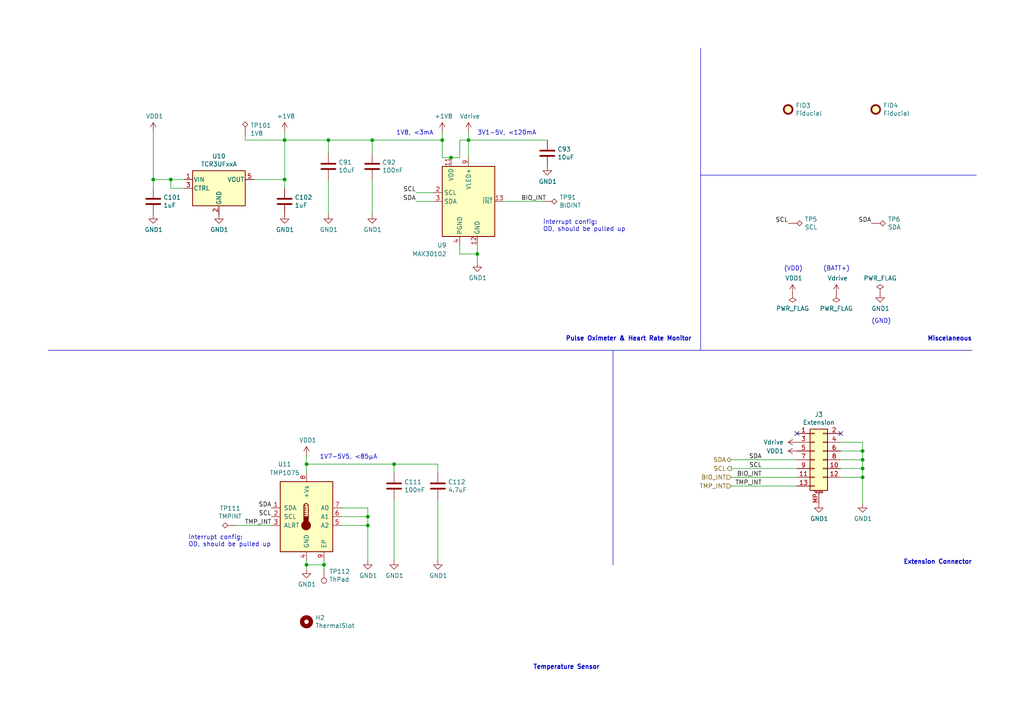
<source format=kicad_sch>
(kicad_sch (version 20230121) (generator eeschema)
  (paper "A4")
  (title_block (title "Herald Wearable Bio-Monitor Daughter Board") (rev "0.1") (company "Herald Project") (comment 1 "© 2021-2023 Herald Project Contributors") (comment 2 "Licensed under CERN-OHL-P version 2"))
  (lib_symbols
    (symbol "Connector:TestPoint" (pin_numbers hide) (pin_names (offset 0.762) hide)
      (property "Reference" "TP" (at 0 6.858 0))
      (property "Value" "TestPoint" (at 0 5.08 0))
      (symbol "TestPoint_0_1"
        (circle (center 0 3.302) (radius 0.762))
      )
      (symbol "TestPoint_1_1"
        (pin passive line (at 0 0 90) (length 2.54) (name "1") (number "1"))
      )
    )
    (symbol "Connector:TestPoint_Alt" (pin_numbers hide) (pin_names (offset 0.762) hide)
      (property "Reference" "TP" (at 0 6.858 0))
      (property "Value" "TestPoint_Alt" (at 0 5.08 0))
      (symbol "TestPoint_Alt_0_1"
        (polyline (pts (xy 0 2.54) (xy -0.762 3.302) (xy 0 4.064) (xy 0.762 3.302) (xy 0 2.54)))
      )
      (symbol "TestPoint_Alt_1_1"
        (pin passive line (at 0 0 90) (length 2.54) (name "1") (number "1"))
      )
    )
    (symbol "Connector_Generic_MountingPin:Conn_2Rows-13Pins_MountingPin" (pin_names (offset 1.016) hide)
      (property "Reference" "J" (at 1.27 10.16 0))
      (property "Value" "Conn_2Rows-13Pins_MountingPin" (at 2.54 -10.16 0))
      (symbol "Conn_2Rows-13Pins_MountingPin_1_1"
        (rectangle (start -1.27 -7.493) (end 0 -7.747) (stroke (width 0.1524)))
        (rectangle (start -1.27 -4.953) (end 0 -5.207) (stroke (width 0.1524)))
        (rectangle (start -1.27 -2.413) (end 0 -2.667) (stroke (width 0.1524)))
        (rectangle (start -1.27 0.127) (end 0 -0.127) (stroke (width 0.1524)))
        (rectangle (start -1.27 2.667) (end 0 2.413) (stroke (width 0.1524)))
        (rectangle (start -1.27 5.207) (end 0 4.953) (stroke (width 0.1524)))
        (rectangle (start -1.27 7.747) (end 0 7.493) (stroke (width 0.1524)))
        (rectangle (start -1.27 8.89) (end 3.81 -8.89) (stroke (width 0.254)) (fill (type background)))
        (polyline (pts (xy 0.254 -9.652) (xy 2.286 -9.652)) (stroke (width 0.1524)))
        (rectangle (start 3.81 -4.953) (end 2.54 -5.207) (stroke (width 0.1524)))
        (rectangle (start 3.81 -2.413) (end 2.54 -2.667) (stroke (width 0.1524)))
        (rectangle (start 3.81 0.127) (end 2.54 -0.127) (stroke (width 0.1524)))
        (rectangle (start 3.81 2.667) (end 2.54 2.413) (stroke (width 0.1524)))
        (rectangle (start 3.81 5.207) (end 2.54 4.953) (stroke (width 0.1524)))
        (rectangle (start 3.81 7.747) (end 2.54 7.493) (stroke (width 0.1524)))
        (text "Mounting" (at 1.27 -9.271 0) (effects (font (size 0.381 0.381))))
        (pin passive line (at -5.08 7.62 0) (length 3.81) (name "Pin_1") (number "1"))
        (pin passive line (at 7.62 -2.54 180) (length 3.81) (name "Pin_10") (number "10"))
        (pin passive line (at -5.08 -5.08 0) (length 3.81) (name "Pin_11") (number "11"))
        (pin passive line (at 7.62 -5.08 180) (length 3.81) (name "Pin_12") (number "12"))
        (pin passive line (at -5.08 -7.62 0) (length 3.81) (name "Pin_13") (number "13"))
        (pin passive line (at 7.62 7.62 180) (length 3.81) (name "Pin_2") (number "2"))
        (pin passive line (at -5.08 5.08 0) (length 3.81) (name "Pin_3") (number "3"))
        (pin passive line (at 7.62 5.08 180) (length 3.81) (name "Pin_4") (number "4"))
        (pin passive line (at -5.08 2.54 0) (length 3.81) (name "Pin_5") (number "5"))
        (pin passive line (at 7.62 2.54 180) (length 3.81) (name "Pin_6") (number "6"))
        (pin passive line (at -5.08 0 0) (length 3.81) (name "Pin_7") (number "7"))
        (pin passive line (at 7.62 0 180) (length 3.81) (name "Pin_8") (number "8"))
        (pin passive line (at -5.08 -2.54 0) (length 3.81) (name "Pin_9") (number "9"))
        (pin passive line (at 1.27 -12.7 90) (length 3.048) (name "MountPin") (number "MP"))
      )
    )
    (symbol "Device:C" (pin_numbers hide) (pin_names (offset 0.254))
      (property "Reference" "C" (at 0.635 2.54 0))
      (property "Value" "C" (at 0.635 -2.54 0))
      (symbol "C_0_1"
        (polyline (pts (xy -2.032 -0.762) (xy 2.032 -0.762)) (stroke (width 0.508)))
        (polyline (pts (xy -2.032 0.762) (xy 2.032 0.762)) (stroke (width 0.508)))
      )
      (symbol "C_1_1"
        (pin passive line (at 0 3.81 270) (length 2.794) (name "~") (number "1"))
        (pin passive line (at 0 -3.81 90) (length 2.794) (name "~") (number "2"))
      )
    )
    (symbol "Herald_Extras:TCR3UFxxA" (pin_names (offset 0.254))
      (property "Reference" "U" (at 0 8.89 0))
      (property "Value" "TCR3UFxxA" (at 0 6.35 0))
      (symbol "TCR3UFxxA_0_1"
        (rectangle (start -7.62 -5.08) (end 7.62 5.08) (stroke (width 0.254)) (fill (type background)))
      )
      (symbol "TCR3UFxxA_1_1"
        (pin power_in line (at -10.16 2.54 0) (length 2.54) (name "VIN") (number "1"))
        (pin power_in line (at 0 -7.62 90) (length 2.54) (name "GND") (number "2"))
        (pin input line (at -10.16 0 0) (length 2.54) (name "CTRL") (number "3"))
        (pin no_connect line (at 10.16 0 180) (length 2.54) hide (name "NC") (number "4"))
        (pin power_out line (at 10.16 2.54 180) (length 2.54) (name "VOUT") (number "5"))
      )
    )
    (symbol "Herald_Extras:TMP1075" (pin_names (offset 1.016))
      (property "Reference" "U" (at -6.35 11.43 0))
      (property "Value" "TMP1075" (at 0 11.43 0))
      (symbol "TMP1075_0_1"
        (rectangle (start -7.62 10.16) (end 7.62 -10.16) (stroke (width 0.254)) (fill (type background)))
        (circle (center -0.127 -2.54) (radius 1.27) (stroke (width 0.254)) (fill (type outline)))
        (polyline (pts (xy -0.762 0.635) (xy -0.127 0.635)) (stroke (width 0.254)))
        (polyline (pts (xy -0.762 1.27) (xy -0.127 1.27)) (stroke (width 0.254)))
        (polyline (pts (xy -0.762 1.905) (xy -0.127 1.905)) (stroke (width 0.254)))
        (polyline (pts (xy -0.762 2.54) (xy -0.127 2.54)) (stroke (width 0.254)))
        (polyline (pts (xy -0.762 3.175) (xy -0.762 0)) (stroke (width 0.254)))
        (polyline (pts (xy -0.762 3.175) (xy -0.127 3.175)) (stroke (width 0.254)))
        (polyline (pts (xy 0.508 3.175) (xy 0.508 0)) (stroke (width 0.254)))
        (rectangle (start 0.508 -1.905) (end -0.762 0) (stroke (width 0.254)) (fill (type outline)))
        (arc (start 0.508 3.175) (mid -0.127 3.8073) (end -0.762 3.175) (stroke (width 0.254)))
      )
      (symbol "TMP1075_1_1"
        (pin bidirectional line (at -10.16 2.54 0) (length 2.54) (name "SDA") (number "1"))
        (pin input line (at -10.16 0 0) (length 2.54) (name "SCL") (number "2"))
        (pin output line (at -10.16 -2.54 0) (length 2.54) (name "ALRT") (number "3"))
        (pin power_in line (at 0 -12.7 90) (length 2.54) (name "GND") (number "4"))
        (pin input line (at 10.16 -2.54 180) (length 2.54) (name "A2") (number "5"))
        (pin input line (at 10.16 0 180) (length 2.54) (name "A1") (number "6"))
        (pin input line (at 10.16 2.54 180) (length 2.54) (name "A0") (number "7"))
        (pin power_in line (at 0 12.7 270) (length 2.54) (name "+Vs") (number "8"))
        (pin passive line (at 5.08 -12.7 90) (length 2.54) (name "EP") (number "9"))
      )
    )
    (symbol "Herald_Extras:VDD1" (power) (pin_names (offset 0))
      (property "Value" "VDD1" (at 0 3.81 0))
      (symbol "VDD1_0_1"
        (polyline (pts (xy -0.762 1.27) (xy 0 2.54)))
        (polyline (pts (xy 0 0) (xy 0 2.54)))
        (polyline (pts (xy 0 2.54) (xy 0.762 1.27)))
      )
      (symbol "VDD1_1_1"
        (pin power_in line (at 0 0 90) (length 0) hide (name "VDD1") (number "1"))
      )
    )
    (symbol "Mechanical:Fiducial"
      (property "Reference" "FID" (at 0 5.08 0))
      (property "Value" "Fiducial" (at 0 3.175 0))
      (symbol "Fiducial_0_1"
        (circle (center 0 0) (radius 1.27) (stroke (width 0.508)) (fill (type background)))
      )
    )
    (symbol "Mechanical:MountingHole" (pin_names (offset 1.016))
      (property "Reference" "H" (at 0 5.08 0))
      (property "Value" "MountingHole" (at 0 3.175 0))
      (symbol "MountingHole_0_1"
        (circle (center 0 0) (radius 1.27) (stroke (width 1.27)))
      )
    )
    (symbol "Sensor:MAX30102"
      (property "Reference" "U" (at 7.62 15.24 0))
      (property "Value" "MAX30102" (at 7.62 12.7 0))
      (symbol "MAX30102_0_1"
        (rectangle (start -7.62 10.16) (end 7.62 -10.16) (stroke (width 0.254)) (fill (type background)))
      )
      (symbol "MAX30102_1_1"
        (pin no_connect line (at -7.62 5.08 0) (length 2.54) hide (name "NC") (number "1"))
        (pin passive line (at 0 12.7 270) (length 2.54) hide (name "VLED+") (number "10"))
        (pin power_in line (at -5.08 12.7 270) (length 2.54) (name "VDD") (number "11"))
        (pin power_in line (at 2.54 -12.7 90) (length 2.54) (name "GND") (number "12"))
        (pin output line (at 10.16 0 180) (length 2.54) (name "~{INT}") (number "13"))
        (pin no_connect line (at 7.62 2.54 180) (length 2.54) hide (name "NC") (number "14"))
        (pin input line (at -10.16 2.54 0) (length 2.54) (name "SCL") (number "2"))
        (pin bidirectional line (at -10.16 0 0) (length 2.54) (name "SDA") (number "3"))
        (pin power_in line (at -2.54 -12.7 90) (length 2.54) (name "PGND") (number "4"))
        (pin no_connect line (at 7.62 -7.62 180) (length 2.54) hide (name "NC") (number "5"))
        (pin no_connect line (at 7.62 -5.08 180) (length 2.54) hide (name "NC") (number "6"))
        (pin no_connect line (at -7.62 -2.54 0) (length 2.54) hide (name "NC") (number "7"))
        (pin no_connect line (at 7.62 5.08 180) (length 2.54) hide (name "NC") (number "8"))
        (pin power_in line (at 0 12.7 270) (length 2.54) (name "VLED+") (number "9"))
      )
    )
    (symbol "power:+1V8" (power) (pin_names (offset 0))
      (property "Value" "+1V8" (at 0 3.556 0))
      (symbol "+1V8_0_1"
        (polyline (pts (xy -0.762 1.27) (xy 0 2.54)))
        (polyline (pts (xy 0 0) (xy 0 2.54)))
        (polyline (pts (xy 0 2.54) (xy 0.762 1.27)))
      )
      (symbol "+1V8_1_1"
        (pin power_in line (at 0 0 90) (length 0) hide (name "+1V8") (number "1"))
      )
    )
    (symbol "power:GND1" (power) (pin_names (offset 0))
      (property "Value" "GND1" (at 0 -3.81 0))
      (symbol "GND1_0_1"
        (polyline (pts (xy 0 0) (xy 0 -1.27) (xy 1.27 -1.27) (xy 0 -2.54) (xy -1.27 -1.27) (xy 0 -1.27)))
      )
      (symbol "GND1_1_1"
        (pin power_in line (at 0 0 270) (length 0) hide (name "GND1") (number "1"))
      )
    )
    (symbol "power:PWR_FLAG" (power) (pin_numbers hide) (pin_names (offset 0) hide)
      (property "Value" "PWR_FLAG" (at 0 3.81 0))
      (symbol "PWR_FLAG_0_0"
        (pin power_out line (at 0 0 90) (length 0) (name "pwr") (number "1"))
      )
      (symbol "PWR_FLAG_0_1"
        (polyline (pts (xy 0 0) (xy 0 1.27) (xy -1.016 1.905) (xy 0 2.54) (xy 1.016 1.905) (xy 0 1.27)))
      )
    )
    (symbol "power:Vdrive" (power) (pin_names (offset 0))
      (property "Value" "Vdrive" (at 0 3.81 0))
      (symbol "Vdrive_0_1"
        (polyline (pts (xy -0.762 1.27) (xy 0 2.54)))
        (polyline (pts (xy 0 0) (xy 0 2.54)))
        (polyline (pts (xy 0 2.54) (xy 0.762 1.27)))
      )
      (symbol "Vdrive_1_1"
        (pin power_in line (at 0 0 90) (length 0) hide (name "Vdrive") (number "1"))
      )
    )
  )
  (junction (at 250.19 130.81))
  (junction (at 250.19 138.43))
  (junction (at 106.68 152.4))
  (junction (at 128.27 40.64))
  (junction (at 44.45 52.07))
  (junction (at 95.25 40.64))
  (junction (at 88.9 163.83))
  (junction (at 138.43 73.66))
  (junction (at 135.89 40.64))
  (junction (at 106.68 149.86))
  (junction (at 88.9 134.62))
  (junction (at 114.3 134.62))
  (junction (at 130.81 45.72))
  (junction (at 82.55 52.07))
  (junction (at 49.53 52.07))
  (junction (at 93.98 163.83))
  (junction (at 250.19 135.89))
  (junction (at 82.55 40.64))
  (junction (at 250.19 133.35))
  (junction (at 107.95 40.64))
  (no_connect (at 243.84 125.73))
  (no_connect (at 231.14 125.73))
  (wire (pts (xy 133.35 71.12) (xy 133.35 73.66)))
  (polyline (pts (xy 203.2 50.8) (xy 283.21 50.8)))
  (wire (pts (xy 49.53 52.07) (xy 44.45 52.07)))
  (wire (pts (xy 135.89 45.72) (xy 135.89 40.64)))
  (wire (pts (xy 128.27 38.1) (xy 128.27 40.64)))
  (wire (pts (xy 106.68 162.56) (xy 106.68 152.4)))
  (wire (pts (xy 88.9 162.56) (xy 88.9 163.83)))
  (wire (pts (xy 88.9 163.83) (xy 93.98 163.83)))
  (wire (pts (xy 133.35 40.64) (xy 133.35 45.72)))
  (wire (pts (xy 107.95 52.07) (xy 107.95 62.23)))
  (wire (pts (xy 250.19 133.35) (xy 250.19 135.89)))
  (wire (pts (xy 212.09 133.35) (xy 231.14 133.35)))
  (wire (pts (xy 88.9 163.83) (xy 88.9 165.1)))
  (wire (pts (xy 53.34 52.07) (xy 49.53 52.07)))
  (wire (pts (xy 250.19 130.81) (xy 250.19 133.35)))
  (polyline (pts (xy 177.8 101.6) (xy 177.8 163.83)))
  (wire (pts (xy 212.09 138.43) (xy 231.14 138.43)))
  (wire (pts (xy 88.9 134.62) (xy 88.9 137.16)))
  (wire (pts (xy 120.65 55.88) (xy 125.73 55.88)))
  (wire (pts (xy 250.19 135.89) (xy 243.84 135.89)))
  (wire (pts (xy 212.09 135.89) (xy 231.14 135.89)))
  (wire (pts (xy 127 144.78) (xy 127 162.56)))
  (wire (pts (xy 107.95 44.45) (xy 107.95 40.64)))
  (wire (pts (xy 250.19 128.27) (xy 250.19 130.81)))
  (wire (pts (xy 82.55 38.1) (xy 82.55 40.64)))
  (wire (pts (xy 99.06 149.86) (xy 106.68 149.86)))
  (wire (pts (xy 130.81 45.72) (xy 133.35 45.72)))
  (wire (pts (xy 212.09 140.97) (xy 231.14 140.97)))
  (wire (pts (xy 133.35 73.66) (xy 138.43 73.66)))
  (wire (pts (xy 146.05 58.42) (xy 157.48 58.42)))
  (wire (pts (xy 114.3 134.62) (xy 127 134.62)))
  (wire (pts (xy 128.27 45.72) (xy 130.81 45.72)))
  (wire (pts (xy 88.9 134.62) (xy 114.3 134.62)))
  (wire (pts (xy 95.25 52.07) (xy 95.25 62.23)))
  (wire (pts (xy 114.3 137.16) (xy 114.3 134.62)))
  (wire (pts (xy 158.75 40.64) (xy 135.89 40.64)))
  (wire (pts (xy 106.68 152.4) (xy 106.68 149.86)))
  (wire (pts (xy 128.27 40.64) (xy 128.27 45.72)))
  (wire (pts (xy 135.89 40.64) (xy 133.35 40.64)))
  (wire (pts (xy 44.45 52.07) (xy 44.45 38.1)))
  (wire (pts (xy 127 137.16) (xy 127 134.62)))
  (wire (pts (xy 250.19 138.43) (xy 250.19 146.05)))
  (wire (pts (xy 138.43 71.12) (xy 138.43 73.66)))
  (wire (pts (xy 107.95 40.64) (xy 128.27 40.64)))
  (wire (pts (xy 53.34 54.61) (xy 49.53 54.61)))
  (wire (pts (xy 73.66 52.07) (xy 82.55 52.07)))
  (wire (pts (xy 106.68 147.32) (xy 99.06 147.32)))
  (polyline (pts (xy 203.2 101.6) (xy 203.2 13.97)))
  (wire (pts (xy 71.12 40.64) (xy 82.55 40.64)))
  (polyline (pts (xy 281.94 101.6) (xy 13.97 101.6)))
  (wire (pts (xy 88.9 132.08) (xy 88.9 134.62)))
  (wire (pts (xy 243.84 138.43) (xy 250.19 138.43)))
  (wire (pts (xy 95.25 44.45) (xy 95.25 40.64)))
  (wire (pts (xy 114.3 144.78) (xy 114.3 162.56)))
  (wire (pts (xy 44.45 54.61) (xy 44.45 52.07)))
  (wire (pts (xy 250.19 130.81) (xy 243.84 130.81)))
  (wire (pts (xy 82.55 40.64) (xy 95.25 40.64)))
  (wire (pts (xy 93.98 162.56) (xy 93.98 163.83)))
  (wire (pts (xy 120.65 58.42) (xy 125.73 58.42)))
  (wire (pts (xy 99.06 152.4) (xy 106.68 152.4)))
  (wire (pts (xy 93.98 163.83) (xy 93.98 165.1)))
  (wire (pts (xy 71.12 39.37) (xy 71.12 40.64)))
  (wire (pts (xy 135.89 38.1) (xy 135.89 40.64)))
  (wire (pts (xy 243.84 133.35) (xy 250.19 133.35)))
  (wire (pts (xy 250.19 135.89) (xy 250.19 138.43)))
  (wire (pts (xy 106.68 149.86) (xy 106.68 147.32)))
  (wire (pts (xy 243.84 128.27) (xy 250.19 128.27)))
  (wire (pts (xy 82.55 40.64) (xy 82.55 52.07)))
  (wire (pts (xy 49.53 54.61) (xy 49.53 52.07)))
  (wire (pts (xy 138.43 73.66) (xy 138.43 76.2)))
  (wire (pts (xy 95.25 40.64) (xy 107.95 40.64)))
  (wire (pts (xy 68.58 152.4) (xy 78.74 152.4)))
  (wire (pts (xy 82.55 52.07) (xy 82.55 54.61)))
  (text "Miscelaneous" (at 281.94 99.06 0) (effects (font (size 1.27 1.27) (thickness 0.254) bold) (justify right bottom)))
  (text "interrupt config:\nOD, should be pulled up" (at 157.48 67.31 0) (effects (font (size 1.27 1.27)) (justify left bottom)))
  (text "1V8, <3mA" (at 125.73 39.37 0) (effects (font (size 1.27 1.27)) (justify right bottom)))
  (text "3V1-5V, <120mA" (at 138.43 39.37 0) (effects (font (size 1.27 1.27)) (justify left bottom)))
  (text "Pulse Oximeter & Heart Rate Monitor" (at 200.66 99.06 0) (effects (font (size 1.27 1.27) (thickness 0.254) bold) (justify right bottom)))
  (text "Temperature Sensor" (at 173.99 194.31 0) (effects (font (size 1.27 1.27) (thickness 0.254) bold) (justify right bottom)))
  (text "1V7-5V5, <85µA" (at 92.71 133.35 0) (effects (font (size 1.27 1.27)) (justify left bottom)))
  (text "interrupt config:\nOD, should be pulled up" (at 54.61 158.75 0) (effects (font (size 1.27 1.27)) (justify left bottom)))
  (text "(GND)" (at 252.73 93.98 0) (effects (font (size 1.27 1.27)) (justify left bottom)))
  (text "(BATT+)" (at 238.76 78.74 0) (effects (font (size 1.27 1.27)) (justify left bottom)))
  (text "Extension Connector" (at 281.94 163.83 0) (effects (font (size 1.27 1.27) (thickness 0.254) bold) (justify right bottom)))
  (text "(VDD)" (at 227.33 78.74 0) (effects (font (size 1.27 1.27)) (justify left bottom)))
  (label "SCL" (at 228.6 64.77 180))
  (label "SDA" (at 78.74 147.32 180))
  (label "SDA" (at 252.73 64.77 180))
  (label "SDA" (at 120.65 58.42 180))
  (label "BIO_INT" (at 220.98 138.43 180))
  (label "SCL" (at 120.65 55.88 180))
  (label "SDA" (at 220.98 133.35 180))
  (label "BIO_INT" (at 151.13 58.42 0))
  (label "TMP_INT" (at 78.74 152.4 180))
  (label "SCL" (at 220.98 135.89 180))
  (label "SCL" (at 78.74 149.86 180))
  (label "TMP_INT" (at 220.98 140.97 180))
  (hierarchical_label "SDA" (shape bidirectional) (at 212.09 133.35 180))
  (hierarchical_label "SCL" (shape output) (at 212.09 135.89 180))
  (hierarchical_label "TMP_INT" (shape input) (at 212.09 140.97 180))
  (hierarchical_label "BIO_INT" (shape input) (at 212.09 138.43 180))
  (symbol (lib_id "power:GND1") (at 158.75 48.26 0) (unit 1)
    (property "Reference" "#PWR0120" (effects hide))
    (property "Value" "GND1" (at 158.877 52.6542 0))
  )
  (symbol (lib_id "Connector:TestPoint") (at 93.98 165.1 180) (unit 1)
    (property "Reference" "TP112" (at 95.4532 165.7604 0) (effects (justify right)))
    (property "Value" "ThPad" (at 95.4532 168.0718 0) (effects (justify right)))
    (property "Footprint" "TestPoint:TestPoint_Pad_D4.0mm" (effects hide))
    (property "Description" "Thermal Pad" (effects hide))
  )
  (symbol (lib_id "Mechanical:MountingHole") (at 88.9 180.34 0) (unit 1)
    (property "Reference" "H2" (at 91.44 179.1716 0) (effects (justify left)))
    (property "Value" "ThermalSlot" (at 91.44 181.483 0) (effects (justify left)))
    (property "Footprint" "Herald_Extras:MillSlot_8.0x1.0mm" (effects hide))
    (property "Description" "Thermal Slot" (effects hide))
  )
  (symbol (lib_id "Herald_Extras:TMP1075") (at 88.9 149.86 0) (unit 1)
    (property "Reference" "U11" (at 82.55 134.62 0))
    (property "Value" "TMP1075" (at 82.55 137.16 0))
    (property "Footprint" "Package_SON:WSON-8-1EP_2x2mm_P0.5mm_EP0.9x1.6mm" (effects hide))
    (property "Datasheet" "https://www.ti.com/lit/ds/symlink/tmp1075.pdf" (effects hide))
    (property "Description" "Temperature sensor" (effects hide))
    (property "MPN" "TMP1075DSGT" (effects hide))
    (instances (project "wearable" (path "" (reference "U11") (unit 1)) (path "" (reference "U?") (unit 1))))
  )
  (symbol (lib_id "Device:C") (at 114.3 140.97 180) (unit 1)
    (property "Reference" "C111" (at 117.221 139.8016 0) (effects (justify right)))
    (property "Value" "100nF" (at 117.221 142.113 0) (effects (justify right)))
    (property "Footprint" "Capacitor_SMD:C_0402_1005Metric" (effects hide))
    (property "Description" "Capacitor, X7R 10%" (effects hide))
    (property "MPN" "GRM155R71E104KE14D" (effects hide))
    (instances (project "wearable" (path "" (reference "C111") (unit 1)) (path "" (reference "C?") (unit 1))))
  )
  (symbol (lib_id "Sensor:MAX30102") (at 135.89 58.42 0) (unit 1)
    (property "Reference" "U9" (at 129.54 71.12 0) (effects (justify right)))
    (property "Value" "MAX30102" (at 129.54 73.66 0) (effects (justify right)))
    (property "Footprint" "OptoDevice:Maxim_OLGA-14_3.3x5.6mm_P0.8mm" (effects hide))
    (property "Datasheet" "https://datasheets.maximintegrated.com/en/ds/MAX30102.pdf" (effects hide))
    (property "Description" "Pulse oximeter & HRM" (effects hide))
    (property "MPN" "MAX30102EFD+T" (effects hide))
    (instances (project "wearable" (path "" (reference "U9") (unit 1)) (path "" (reference "IC?") (unit 1))))
  )
  (symbol (lib_id "Device:C") (at 158.75 44.45 0) (unit 1)
    (property "Reference" "C93" (at 161.671 43.2816 0) (effects (justify left)))
    (property "Value" "10uF" (at 161.671 45.593 0) (effects (justify left)))
    (property "Footprint" "Capacitor_SMD:C_0402_1005Metric" (effects hide))
    (property "Description" "Capacitor, X5R 20% 10V" (effects hide))
    (property "MPN" "GRM155R60J106ME15D" (effects hide))
    (instances (project "wearable" (path "" (reference "C93") (unit 1)) (path "" (reference "C?") (unit 1))))
  )
  (symbol (lib_id "power:+1V8") (at 128.27 38.1 0) (unit 1)
    (property "Reference" "#PWR074" (effects hide))
    (property "Value" "+1V8" (at 128.651 33.7058 0))
    (instances (project "wearable" (path "" (reference "#PWR074") (unit 1)) (path "" (reference "#PWR?") (unit 1))))
  )
  (symbol (lib_id "Herald_Extras:TCR3UFxxA") (at 63.5 54.61 0) (unit 1)
    (property "Reference" "U10" (at 63.5 45.2882 0))
    (property "Value" "TCR3UFxxA" (at 63.5 47.5996 0))
    (property "Footprint" "Package_TO_SOT_SMD:SOT-23-5" (effects hide))
    (property "Datasheet" "https://toshiba.semicon-storage.com/ap-en/semiconductor/product/power-management-ics/low-dropout-regulators-ldo-regulators/detail.TCR3UF10A.html" (effects hide))
    (property "Description" "LDO regulator" (effects hide))
    (property "MPN" "TCR3UF18A" (effects hide))
    (instances (project "wearable" (path "" (reference "U10") (unit 1)) (path "" (reference "U?") (unit 1))))
  )
  (symbol (lib_id "Device:C") (at 44.45 58.42 0) (unit 1)
    (property "Reference" "C101" (at 47.371 57.2516 0) (effects (justify left)))
    (property "Value" "1uF" (at 47.371 59.563 0) (effects (justify left)))
    (property "Footprint" "Capacitor_SMD:C_0402_1005Metric" (effects hide))
    (property "Description" "Capacitor, X5R 20% 10V" (effects hide))
    (property "MPN" "GRM155R61C105KA12D" (effects hide))
    (instances (project "wearable" (path "" (reference "C101") (unit 1)) (path "" (reference "C?") (unit 1))))
  )
  (symbol (lib_id "Device:C") (at 82.55 58.42 0) (unit 1)
    (property "Reference" "C102" (at 85.471 57.2516 0) (effects (justify left)))
    (property "Value" "1uF" (at 85.471 59.563 0) (effects (justify left)))
    (property "Footprint" "Capacitor_SMD:C_0402_1005Metric" (effects hide))
    (property "Description" "Capacitor, X5R 20% 10V" (effects hide))
    (property "MPN" "GRM155R61C105KA12D" (effects hide))
    (instances (project "wearable" (path "" (reference "C102") (unit 1)) (path "" (reference "C?") (unit 1))))
  )
  (symbol (lib_id "Device:C") (at 95.25 48.26 0) (unit 1)
    (property "Reference" "C91" (at 98.171 47.0916 0) (effects (justify left)))
    (property "Value" "10uF" (at 98.171 49.403 0) (effects (justify left)))
    (property "Footprint" "Capacitor_SMD:C_0402_1005Metric" (effects hide))
    (property "Description" "Capacitor, X5R 20% 10V" (effects hide))
    (property "MPN" "GRM155R60J106ME15D" (effects hide))
    (instances (project "wearable" (path "" (reference "C91") (unit 1)) (path "" (reference "C?") (unit 1))))
  )
  (symbol (lib_id "power:+1V8") (at 82.55 38.1 0) (unit 1)
    (property "Reference" "#PWR070" (effects hide))
    (property "Value" "+1V8" (at 82.931 33.7058 0))
    (instances (project "wearable" (path "" (reference "#PWR070") (unit 1)) (path "" (reference "#PWR?") (unit 1))))
  )
  (symbol (lib_id "Device:C") (at 127 140.97 180) (unit 1)
    (property "Reference" "C112" (at 129.921 139.8016 0) (effects (justify right)))
    (property "Value" "4.7uF" (at 129.921 142.113 0) (effects (justify right)))
    (property "Footprint" "Capacitor_SMD:C_0402_1005Metric" (effects hide))
    (property "Description" "Capacitor, X5R 20% 16V" (effects hide))
    (property "MPN" "0402YD475MAT2A" (effects hide))
    (instances (project "wearable" (path "" (reference "C112") (unit 1)) (path "" (reference "C?") (unit 1))))
  )
  (symbol (lib_id "Device:C") (at 107.95 48.26 0) (unit 1)
    (property "Reference" "C92" (at 110.871 47.0916 0) (effects (justify left)))
    (property "Value" "100nF" (at 110.871 49.403 0) (effects (justify left)))
    (property "Footprint" "Capacitor_SMD:C_0402_1005Metric" (effects hide))
    (property "Description" "Capacitor, X7R 10%" (effects hide))
    (property "MPN" "GRM155R71E104KE14D" (effects hide))
    (instances (project "wearable" (path "" (reference "C92") (unit 1)) (path "" (reference "C?") (unit 1))))
  )
  (symbol (lib_id "Mechanical:Fiducial") (at 228.6 31.75 0) (unit 1)
    (property "Reference" "FID3" (at 230.759 30.5816 0) (effects (justify left)))
    (property "Value" "Fiducial" (at 230.759 32.893 0) (effects (justify left)))
    (property "Footprint" "Fiducial:Fiducial_0.75mm_Mask1.5mm" (effects hide))
    (property "Description" "Fiducial point" (effects hide))
    (instances (project "wearable" (path "" (reference "FID3") (unit 1)) (path "" (reference "FID?") (unit 1))))
  )
  (symbol (lib_id "Mechanical:Fiducial") (at 254 31.75 0) (unit 1)
    (property "Reference" "FID4" (at 256.159 30.5816 0) (effects (justify left)))
    (property "Value" "Fiducial" (at 256.159 32.893 0) (effects (justify left)))
    (property "Footprint" "Fiducial:Fiducial_0.75mm_Mask1.5mm" (effects hide))
    (property "Description" "Fiducial point" (effects hide))
    (instances (project "wearable" (path "" (reference "FID4") (unit 1)) (path "" (reference "FID?") (unit 1))))
  )
  (symbol (lib_id "Connector:TestPoint_Alt") (at 68.58 152.4 90) (unit 1)
    (property "Reference" "TP111" (at 66.7512 147.447 90))
    (property "Value" "TMPINT" (at 66.7512 149.7584 90))
    (property "Footprint" "TestPoint:TestPoint_Pad_D1.0mm" (effects hide))
    (property "Description" "Test point" (effects hide))
  )
  (symbol (lib_id "Connector:TestPoint_Alt") (at 157.48 58.42 270) (unit 1)
    (property "Reference" "TP91" (at 162.2552 57.2516 90) (effects (justify left)))
    (property "Value" "BIOINT" (at 162.2552 59.563 90) (effects (justify left)))
    (property "Footprint" "TestPoint:TestPoint_Pad_D1.0mm" (effects hide))
    (property "Description" "Test point" (effects hide))
  )
  (symbol (lib_id "Connector:TestPoint_Alt") (at 71.12 39.37 0) (unit 1)
    (property "Reference" "TP101" (at 72.5932 36.3728 0) (effects (justify left)))
    (property "Value" "1V8" (at 72.5932 38.6842 0) (effects (justify left)))
    (property "Footprint" "TestPoint:TestPoint_Pad_D1.0mm" (effects hide))
    (property "Description" "Test point" (effects hide))
  )
  (symbol (lib_id "Herald_Extras:VDD1") (at 44.45 38.1 0) (unit 1)
    (property "Reference" "#PWR0101" (effects hide))
    (property "Value" "VDD1" (at 44.831 33.7058 0))
  )
  (symbol (lib_id "power:GND1") (at 44.45 62.23 0) (unit 1)
    (property "Reference" "#PWR0103" (effects hide))
    (property "Value" "GND1" (at 44.577 66.6242 0))
  )
  (symbol (lib_id "power:GND1") (at 63.5 62.23 0) (unit 1)
    (property "Reference" "#PWR0104" (effects hide))
    (property "Value" "GND1" (at 63.627 66.6242 0))
  )
  (symbol (lib_id "power:GND1") (at 82.55 62.23 0) (unit 1)
    (property "Reference" "#PWR0105" (effects hide))
    (property "Value" "GND1" (at 82.677 66.6242 0))
  )
  (symbol (lib_id "power:GND1") (at 95.25 62.23 0) (unit 1)
    (property "Reference" "#PWR0106" (effects hide))
    (property "Value" "GND1" (at 95.377 66.6242 0))
  )
  (symbol (lib_id "power:GND1") (at 107.95 62.23 0) (unit 1)
    (property "Reference" "#PWR0107" (effects hide))
    (property "Value" "GND1" (at 108.077 66.6242 0))
  )
  (symbol (lib_id "power:GND1") (at 138.43 76.2 0) (unit 1)
    (property "Reference" "#PWR0108" (effects hide))
    (property "Value" "GND1" (at 138.557 80.5942 0))
  )
  (symbol (lib_id "power:GND1") (at 88.9 165.1 0) (unit 1)
    (property "Reference" "#PWR0109" (effects hide))
    (property "Value" "GND1" (at 89.027 169.4942 0))
  )
  (symbol (lib_id "power:GND1") (at 106.68 162.56 0) (unit 1)
    (property "Reference" "#PWR0110" (effects hide))
    (property "Value" "GND1" (at 106.807 166.9542 0))
  )
  (symbol (lib_id "power:GND1") (at 114.3 162.56 0) (unit 1)
    (property "Reference" "#PWR0111" (effects hide))
    (property "Value" "GND1" (at 114.427 166.9542 0))
  )
  (symbol (lib_id "power:GND1") (at 127 162.56 0) (unit 1)
    (property "Reference" "#PWR0112" (effects hide))
    (property "Value" "GND1" (at 127.127 166.9542 0))
  )
  (symbol (lib_id "power:GND1") (at 237.49 146.05 0) (unit 1)
    (property "Reference" "#PWR033" (effects hide))
    (property "Value" "GND1" (at 237.617 150.4442 0))
  )
  (symbol (lib_id "Connector_Generic_MountingPin:Conn_2Rows-13Pins_MountingPin") (at 236.22 133.35 0) (unit 1)
    (property "Reference" "J3" (at 237.49 120.2182 0))
    (property "Value" "Extension" (at 237.49 122.5296 0))
    (property "Footprint" "Herald_Extras:TE_1-2328724-3_2Rows_13Pins_P0.3mm_Horizontal" (effects hide))
    (property "Datasheet" "https://www.te.com/commerce/DocumentDelivery/DDEController?Action=showdoc&DocId=Customer+Drawing%7F2328724%7F3%7Fpdf%7FEnglish%7FENG_CD_2328724_3.pdf%7F1-2328724-3" (effects hide))
    (property "Description" "FPC Connector" (effects hide))
    (property "MPN" "1-2328724-3" (effects hide))
    (instances (project "wearable" (path "" (reference "J3") (unit 1)) (path "" (reference "J?") (unit 1))))
  )
  (symbol (lib_id "power:GND1") (at 250.19 146.05 0) (unit 1)
    (property "Reference" "#PWR037" (effects hide))
    (property "Value" "GND1" (at 250.317 150.4442 0))
  )
  (symbol (lib_id "Herald_Extras:VDD1") (at 231.14 130.81 90) (unit 1)
    (property "Reference" "#PWR036" (effects hide))
    (property "Value" "VDD1" (at 227.33 130.81 90) (effects (justify left)))
  )
  (symbol (lib_id "Herald_Extras:VDD1") (at 88.9 132.08 0) (unit 1)
    (property "Reference" "#PWR0102" (effects hide))
    (property "Value" "VDD1" (at 89.281 127.6858 0))
  )
  (symbol (lib_id "power:GND1") (at 255.27 85.09 0) (unit 1)
    (property "Reference" "#PWR0113" (effects hide))
    (property "Value" "GND1" (at 255.397 89.4842 0))
  )
  (symbol (lib_id "Herald_Extras:VDD1") (at 229.87 85.09 0) (unit 1)
    (property "Reference" "#PWR0114" (effects hide))
    (property "Value" "VDD1" (at 230.251 80.6958 0))
  )
  (symbol (lib_id "power:PWR_FLAG") (at 255.27 85.09 0) (unit 1)
    (property "Reference" "#FLG0101" (effects hide))
    (property "Value" "PWR_FLAG" (at 255.27 80.6958 0))
  )
  (symbol (lib_id "power:PWR_FLAG") (at 229.87 85.09 180) (unit 1)
    (property "Reference" "#FLG0102" (effects hide))
    (property "Value" "PWR_FLAG" (at 229.87 89.4842 0))
  )
  (symbol (lib_id "power:Vdrive") (at 231.14 128.27 90) (unit 1)
    (property "Reference" "#PWR0118" (effects hide))
    (property "Value" "Vdrive" (at 227.33 128.27 90) (effects (justify left)))
  )
  (symbol (lib_id "power:Vdrive") (at 135.89 38.1 0) (unit 1)
    (property "Reference" "#PWR0119" (effects hide))
    (property "Value" "Vdrive" (at 136.271 33.7058 0))
  )
  (symbol (lib_id "power:Vdrive") (at 242.57 85.09 0) (unit 1)
    (property "Reference" "#PWR0121" (effects hide))
    (property "Value" "Vdrive" (at 242.951 80.6958 0))
  )
  (symbol (lib_id "power:PWR_FLAG") (at 242.57 85.09 180) (unit 1)
    (property "Reference" "#FLG0106" (effects hide))
    (property "Value" "PWR_FLAG" (at 242.57 89.4842 0))
  )
  (symbol (lib_id "Connector:TestPoint_Alt") (at 228.6 64.77 270) (unit 1)
    (property "Reference" "TP5" (at 233.3752 63.6016 90) (effects (justify left)))
    (property "Value" "SCL" (at 233.3752 65.913 90) (effects (justify left)))
    (property "Footprint" "TestPoint:TestPoint_Pad_D1.0mm" (effects hide))
    (property "Description" "Test point" (effects hide))
  )
  (symbol (lib_id "Connector:TestPoint_Alt") (at 252.73 64.77 270) (unit 1)
    (property "Reference" "TP6" (at 257.5052 63.6016 90) (effects (justify left)))
    (property "Value" "SDA" (at 257.5052 65.913 90) (effects (justify left)))
    (property "Footprint" "TestPoint:TestPoint_Pad_D1.0mm" (effects hide))
    (property "Description" "Test point" (effects hide))
  )
)
</source>
